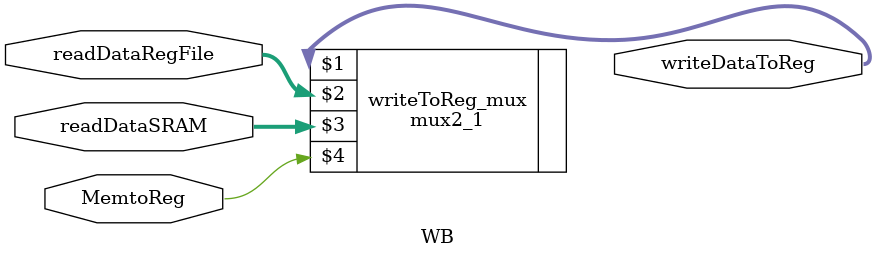
<source format=sv>
module WB (writeDataToReg,
			  readDataSRAM,
			  readDataRegFile,
			  MemtoReg);
	output [31:0] writeDataToReg;
	input [31:0] readDataSRAM, readDataRegFile;
	input MemtoReg;

	mux2_1 writeToReg_mux (writeDataToReg, readDataRegFile, readDataSRAM, MemtoReg);
endmodule

</source>
